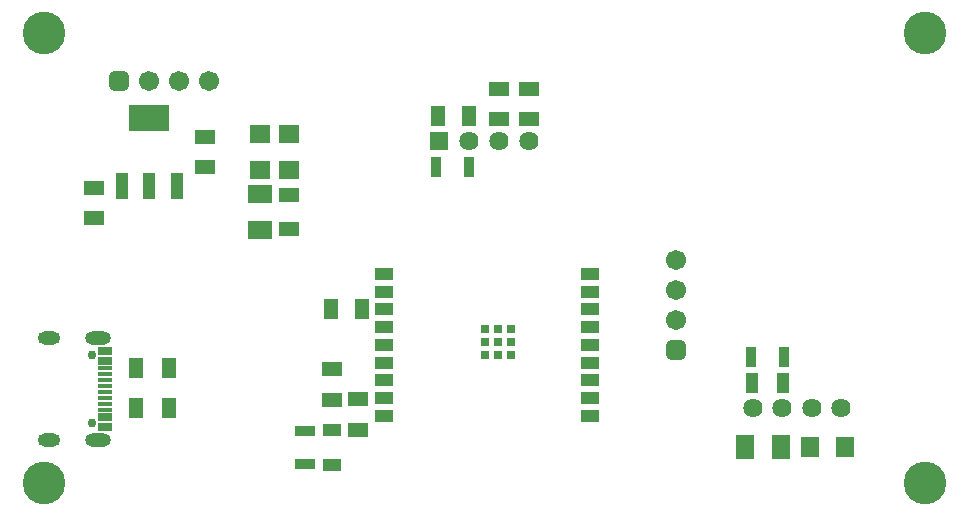
<source format=gbs>
G04*
G04 #@! TF.GenerationSoftware,Altium Limited,Altium Designer,25.6.2 (33)*
G04*
G04 Layer_Color=16711935*
%FSLAX25Y25*%
%MOIN*%
G70*
G04*
G04 #@! TF.SameCoordinates,A6983FEA-D560-4925-98B3-38CB5C928B3C*
G04*
G04*
G04 #@! TF.FilePolarity,Negative*
G04*
G01*
G75*
%ADD17R,0.06400X0.06400*%
%ADD18C,0.06400*%
%ADD19C,0.06699*%
%ADD20O,0.08668X0.04337*%
%ADD21O,0.07487X0.04337*%
%ADD22C,0.02959*%
G04:AMPARAMS|DCode=23|XSize=66.99mil|YSize=66.99mil|CornerRadius=17.75mil|HoleSize=0mil|Usage=FLASHONLY|Rotation=0.000|XOffset=0mil|YOffset=0mil|HoleType=Round|Shape=RoundedRectangle|*
%AMROUNDEDRECTD23*
21,1,0.06699,0.03150,0,0,0.0*
21,1,0.03150,0.06699,0,0,0.0*
1,1,0.03550,0.01575,-0.01575*
1,1,0.03550,-0.01575,-0.01575*
1,1,0.03550,-0.01575,0.01575*
1,1,0.03550,0.01575,0.01575*
%
%ADD23ROUNDEDRECTD23*%
%ADD24C,0.14179*%
G04:AMPARAMS|DCode=25|XSize=66.99mil|YSize=66.99mil|CornerRadius=17.75mil|HoleSize=0mil|Usage=FLASHONLY|Rotation=90.000|XOffset=0mil|YOffset=0mil|HoleType=Round|Shape=RoundedRectangle|*
%AMROUNDEDRECTD25*
21,1,0.06699,0.03150,0,0,90.0*
21,1,0.03150,0.06699,0,0,90.0*
1,1,0.03550,0.01575,0.01575*
1,1,0.03550,0.01575,-0.01575*
1,1,0.03550,-0.01575,-0.01575*
1,1,0.03550,-0.01575,0.01575*
%
%ADD25ROUNDEDRECTD25*%
%ADD41R,0.06693X0.03740*%
%ADD42R,0.06299X0.04134*%
%ADD45R,0.03740X0.06693*%
%ADD56R,0.06896X0.04731*%
%ADD57R,0.07880X0.06306*%
%ADD58R,0.04731X0.07093*%
%ADD59R,0.07093X0.04731*%
%ADD60R,0.04731X0.06896*%
%ADD61R,0.03943X0.06502*%
%ADD62R,0.06699X0.05912*%
%ADD63R,0.05912X0.06699*%
%ADD64R,0.06306X0.07880*%
%ADD65R,0.06306X0.03943*%
%ADD66R,0.04921X0.02756*%
%ADD67R,0.04140X0.08865*%
%ADD68R,0.04921X0.01575*%
%ADD69R,0.03156X0.03156*%
%ADD70R,0.13195X0.08865*%
D17*
X261000Y277000D02*
D03*
D18*
X271000D02*
D03*
X281000D02*
D03*
X291000D02*
D03*
X395185Y188000D02*
D03*
X385343D02*
D03*
X365657D02*
D03*
X375500D02*
D03*
D19*
X340000Y237500D02*
D03*
X174500Y297000D02*
D03*
X184500D02*
D03*
X164500D02*
D03*
X340000Y217500D02*
D03*
Y227500D02*
D03*
D20*
X147457Y211516D02*
D03*
Y177500D02*
D03*
D21*
X131000Y211516D02*
D03*
Y177500D02*
D03*
D22*
X145488Y183130D02*
D03*
Y205886D02*
D03*
D23*
X154500Y297000D02*
D03*
D24*
X129500Y163000D02*
D03*
X423000D02*
D03*
X129500Y313000D02*
D03*
X423000D02*
D03*
D25*
X340000Y207500D02*
D03*
D41*
X216500Y180512D02*
D03*
Y169488D02*
D03*
D42*
X225500Y180807D02*
D03*
Y169193D02*
D03*
D45*
X259988Y268500D02*
D03*
X271012D02*
D03*
X376012Y205000D02*
D03*
X364988D02*
D03*
D56*
X211000Y247890D02*
D03*
Y259110D02*
D03*
D57*
X201500Y247500D02*
D03*
Y259311D02*
D03*
D58*
X225000Y221000D02*
D03*
X235236D02*
D03*
X260882Y285500D02*
D03*
X271118D02*
D03*
D59*
X234000Y191118D02*
D03*
Y180882D02*
D03*
X225500Y201118D02*
D03*
Y190882D02*
D03*
X183000Y268382D02*
D03*
Y278618D02*
D03*
X146000Y251382D02*
D03*
Y261618D02*
D03*
X291000Y294618D02*
D03*
Y284382D02*
D03*
X281000Y294618D02*
D03*
Y284382D02*
D03*
D60*
X159890Y188000D02*
D03*
X171110D02*
D03*
X171110Y201500D02*
D03*
X159890D02*
D03*
D61*
X365283Y196500D02*
D03*
X375716D02*
D03*
D62*
X201500Y279405D02*
D03*
Y267595D02*
D03*
X211000Y279405D02*
D03*
Y267595D02*
D03*
D63*
X384594Y175000D02*
D03*
X396406D02*
D03*
D64*
X374905D02*
D03*
X363094D02*
D03*
D65*
X311449Y185583D02*
D03*
X242551Y232827D02*
D03*
X311449Y191488D02*
D03*
Y197394D02*
D03*
Y203299D02*
D03*
Y209205D02*
D03*
Y215110D02*
D03*
Y221016D02*
D03*
Y226921D02*
D03*
Y232827D02*
D03*
X242551Y226921D02*
D03*
Y221016D02*
D03*
Y215110D02*
D03*
Y209205D02*
D03*
Y203299D02*
D03*
Y197394D02*
D03*
Y191488D02*
D03*
Y185583D02*
D03*
D66*
X149721Y207106D02*
D03*
Y181909D02*
D03*
Y203957D02*
D03*
Y185059D02*
D03*
D67*
X173555Y262083D02*
D03*
X164500D02*
D03*
X155445D02*
D03*
D68*
X149721Y201398D02*
D03*
Y189587D02*
D03*
Y197461D02*
D03*
Y193524D02*
D03*
Y187618D02*
D03*
Y191555D02*
D03*
Y199429D02*
D03*
Y195492D02*
D03*
D69*
X276449Y214323D02*
D03*
X280780D02*
D03*
X285110D02*
D03*
Y205661D02*
D03*
X280780D02*
D03*
X276449D02*
D03*
Y209992D02*
D03*
X285110D02*
D03*
X280780D02*
D03*
D70*
X164500Y284917D02*
D03*
M02*

</source>
